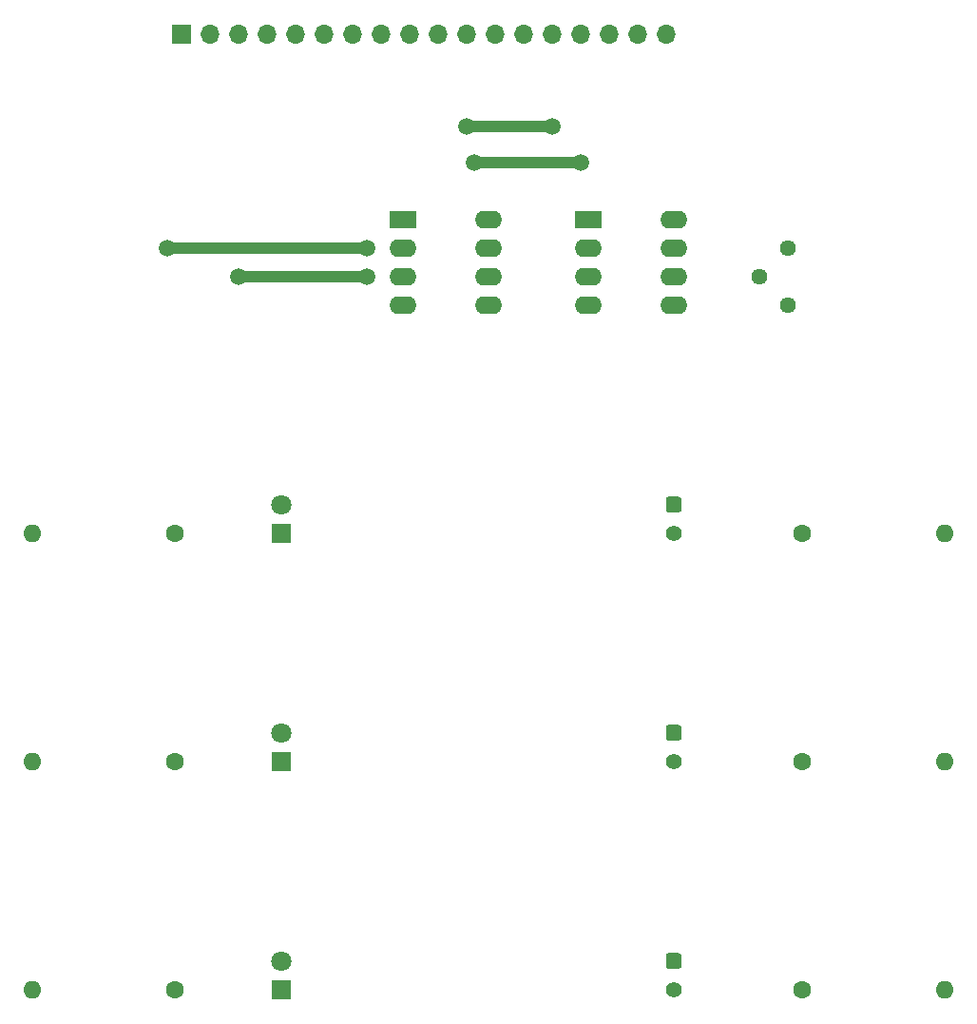
<source format=gbr>
%TF.GenerationSoftware,KiCad,Pcbnew,(5.1.6)-1*%
%TF.CreationDate,2021-03-26T11:01:25+01:00*%
%TF.ProjectId,carte_PhotodectionSimple,63617274-655f-4506-986f-746f64656374,rev?*%
%TF.SameCoordinates,Original*%
%TF.FileFunction,Copper,L1,Top*%
%TF.FilePolarity,Positive*%
%FSLAX46Y46*%
G04 Gerber Fmt 4.6, Leading zero omitted, Abs format (unit mm)*
G04 Created by KiCad (PCBNEW (5.1.6)-1) date 2021-03-26 11:01:25*
%MOMM*%
%LPD*%
G01*
G04 APERTURE LIST*
%TA.AperFunction,ComponentPad*%
%ADD10R,1.700000X1.700000*%
%TD*%
%TA.AperFunction,ComponentPad*%
%ADD11O,1.700000X1.700000*%
%TD*%
%TA.AperFunction,ComponentPad*%
%ADD12R,1.800000X1.800000*%
%TD*%
%TA.AperFunction,ComponentPad*%
%ADD13C,1.800000*%
%TD*%
%TA.AperFunction,ComponentPad*%
%ADD14C,1.400000*%
%TD*%
%TA.AperFunction,ComponentPad*%
%ADD15O,1.600000X1.600000*%
%TD*%
%TA.AperFunction,ComponentPad*%
%ADD16C,1.600000*%
%TD*%
%TA.AperFunction,ComponentPad*%
%ADD17C,1.440000*%
%TD*%
%TA.AperFunction,ComponentPad*%
%ADD18O,2.400000X1.600000*%
%TD*%
%TA.AperFunction,ComponentPad*%
%ADD19R,2.400000X1.600000*%
%TD*%
%TA.AperFunction,ViaPad*%
%ADD20C,1.500000*%
%TD*%
%TA.AperFunction,Conductor*%
%ADD21C,1.000000*%
%TD*%
G04 APERTURE END LIST*
D10*
%TO.P,J1,1*%
%TO.N,Net-(J1-Pad1)*%
X184150000Y-46355000D03*
D11*
%TO.P,J1,2*%
%TO.N,Net-(J1-Pad2)*%
X186690000Y-46355000D03*
%TO.P,J1,3*%
%TO.N,Net-(J1-Pad3)*%
X189230000Y-46355000D03*
%TO.P,J1,4*%
%TO.N,GND*%
X191770000Y-46355000D03*
%TO.P,J1,5*%
%TO.N,IN1*%
X194310000Y-46355000D03*
%TO.P,J1,6*%
%TO.N,IN2*%
X196850000Y-46355000D03*
%TO.P,J1,7*%
%TO.N,GND*%
X199390000Y-46355000D03*
%TO.P,J1,8*%
%TO.N,OUT1*%
X201930000Y-46355000D03*
%TO.P,J1,9*%
%TO.N,OUT2*%
X204470000Y-46355000D03*
%TO.P,J1,10*%
%TO.N,OUT3*%
X207010000Y-46355000D03*
%TO.P,J1,11*%
%TO.N,OUT4*%
X209550000Y-46355000D03*
%TO.P,J1,12*%
%TO.N,GND*%
X212090000Y-46355000D03*
%TO.P,J1,13*%
%TO.N,-15V*%
X214630000Y-46355000D03*
%TO.P,J1,14*%
%TO.N,GND*%
X217170000Y-46355000D03*
%TO.P,J1,15*%
%TO.N,+15V*%
X219710000Y-46355000D03*
%TO.P,J1,16*%
%TO.N,GND*%
X222250000Y-46355000D03*
%TO.P,J1,17*%
%TO.N,5V*%
X224790000Y-46355000D03*
%TO.P,J1,18*%
%TO.N,3.3V*%
X227330000Y-46355000D03*
%TD*%
D12*
%TO.P,D1,1*%
%TO.N,Net-(D1-Pad1)*%
X193040000Y-90805000D03*
D13*
%TO.P,D1,2*%
%TO.N,LED_IN*%
X193040000Y-88265000D03*
%TD*%
%TO.P,D2,2*%
%TO.N,LED_IN*%
X193040000Y-108585000D03*
D12*
%TO.P,D2,1*%
%TO.N,Net-(D2-Pad1)*%
X193040000Y-111125000D03*
%TD*%
%TO.P,D3,1*%
%TO.N,Net-(D3-Pad1)*%
X193040000Y-131445000D03*
D13*
%TO.P,D3,2*%
%TO.N,LED_IN*%
X193040000Y-128905000D03*
%TD*%
D14*
%TO.P,D4,2*%
%TO.N,OUT3*%
X227965000Y-90825000D03*
%TO.P,D4,1*%
%TO.N,OUT4*%
%TA.AperFunction,ComponentPad*%
G36*
G01*
X227514200Y-87565000D02*
X228415800Y-87565000D01*
G75*
G02*
X228665000Y-87814200I0J-249200D01*
G01*
X228665000Y-88715800D01*
G75*
G02*
X228415800Y-88965000I-249200J0D01*
G01*
X227514200Y-88965000D01*
G75*
G02*
X227265000Y-88715800I0J249200D01*
G01*
X227265000Y-87814200D01*
G75*
G02*
X227514200Y-87565000I249200J0D01*
G01*
G37*
%TD.AperFunction*%
%TD*%
%TO.P,D5,1*%
%TO.N,OUT4*%
%TA.AperFunction,ComponentPad*%
G36*
G01*
X227514200Y-107885000D02*
X228415800Y-107885000D01*
G75*
G02*
X228665000Y-108134200I0J-249200D01*
G01*
X228665000Y-109035800D01*
G75*
G02*
X228415800Y-109285000I-249200J0D01*
G01*
X227514200Y-109285000D01*
G75*
G02*
X227265000Y-109035800I0J249200D01*
G01*
X227265000Y-108134200D01*
G75*
G02*
X227514200Y-107885000I249200J0D01*
G01*
G37*
%TD.AperFunction*%
%TO.P,D5,2*%
%TO.N,OUT2*%
X227965000Y-111145000D03*
%TD*%
%TO.P,D6,2*%
%TO.N,OUT1*%
X227965000Y-131465000D03*
%TO.P,D6,1*%
%TO.N,OUT4*%
%TA.AperFunction,ComponentPad*%
G36*
G01*
X227514200Y-128205000D02*
X228415800Y-128205000D01*
G75*
G02*
X228665000Y-128454200I0J-249200D01*
G01*
X228665000Y-129355800D01*
G75*
G02*
X228415800Y-129605000I-249200J0D01*
G01*
X227514200Y-129605000D01*
G75*
G02*
X227265000Y-129355800I0J249200D01*
G01*
X227265000Y-128454200D01*
G75*
G02*
X227514200Y-128205000I249200J0D01*
G01*
G37*
%TD.AperFunction*%
%TD*%
D15*
%TO.P,R1,2*%
%TO.N,GND*%
X170815000Y-90805000D03*
D16*
%TO.P,R1,1*%
%TO.N,Net-(D1-Pad1)*%
X183515000Y-90805000D03*
%TD*%
D15*
%TO.P,R2,2*%
%TO.N,GND*%
X170815000Y-111125000D03*
D16*
%TO.P,R2,1*%
%TO.N,Net-(D2-Pad1)*%
X183515000Y-111125000D03*
%TD*%
D15*
%TO.P,R3,2*%
%TO.N,GND*%
X170815000Y-131445000D03*
D16*
%TO.P,R3,1*%
%TO.N,Net-(D3-Pad1)*%
X183515000Y-131445000D03*
%TD*%
%TO.P,R4,1*%
%TO.N,OUT3*%
X239395000Y-90805000D03*
D15*
%TO.P,R4,2*%
%TO.N,GND*%
X252095000Y-90805000D03*
%TD*%
D16*
%TO.P,R5,1*%
%TO.N,OUT2*%
X239395000Y-111125000D03*
D15*
%TO.P,R5,2*%
%TO.N,GND*%
X252095000Y-111125000D03*
%TD*%
D16*
%TO.P,R6,1*%
%TO.N,OUT1*%
X239395000Y-131445000D03*
D15*
%TO.P,R6,2*%
%TO.N,GND*%
X252095000Y-131445000D03*
%TD*%
D17*
%TO.P,RV1,3*%
%TO.N,GND*%
X238125000Y-70485000D03*
%TO.P,RV1,2*%
%TO.N,Net-(RV1-Pad2)*%
X235585000Y-67945000D03*
%TO.P,RV1,1*%
%TO.N,+15V*%
X238125000Y-65405000D03*
%TD*%
D18*
%TO.P,U1,8*%
%TO.N,Net-(U1-Pad8)*%
X227965000Y-62865000D03*
%TO.P,U1,4*%
%TO.N,-15V*%
X220345000Y-70485000D03*
%TO.P,U1,7*%
%TO.N,+15V*%
X227965000Y-65405000D03*
%TO.P,U1,3*%
%TO.N,Net-(RV1-Pad2)*%
X220345000Y-67945000D03*
%TO.P,U1,6*%
%TO.N,OUT4*%
X227965000Y-67945000D03*
%TO.P,U1,2*%
X220345000Y-65405000D03*
%TO.P,U1,5*%
%TO.N,Net-(U1-Pad5)*%
X227965000Y-70485000D03*
D19*
%TO.P,U1,1*%
%TO.N,Net-(U1-Pad1)*%
X220345000Y-62865000D03*
%TD*%
%TO.P,U2,1*%
%TO.N,Net-(U2-Pad1)*%
X203835000Y-62865000D03*
D18*
%TO.P,U2,5*%
%TO.N,Net-(U2-Pad5)*%
X211455000Y-70485000D03*
%TO.P,U2,2*%
%TO.N,LED_IN*%
X203835000Y-65405000D03*
%TO.P,U2,6*%
X211455000Y-67945000D03*
%TO.P,U2,3*%
%TO.N,IN1*%
X203835000Y-67945000D03*
%TO.P,U2,7*%
%TO.N,+15V*%
X211455000Y-65405000D03*
%TO.P,U2,4*%
%TO.N,-15V*%
X203835000Y-70485000D03*
%TO.P,U2,8*%
%TO.N,Net-(U2-Pad8)*%
X211455000Y-62865000D03*
%TD*%
D20*
%TO.N,LED_IN*%
X200660000Y-65405000D03*
X182880000Y-65405000D03*
%TO.N,OUT4*%
X209550000Y-54610000D03*
X217170000Y-54610000D03*
%TO.N,IN1*%
X189230000Y-67945000D03*
X200660000Y-67945000D03*
%TO.N,+15V*%
X210185000Y-57785000D03*
X210185000Y-57785000D03*
X219710000Y-57785000D03*
%TD*%
D21*
%TO.N,LED_IN*%
X200660000Y-65405000D02*
X182880000Y-65405000D01*
%TO.N,OUT4*%
X209550000Y-54610000D02*
X217170000Y-54610000D01*
%TO.N,IN1*%
X189230000Y-67945000D02*
X200660000Y-67945000D01*
%TO.N,+15V*%
X210185000Y-57785000D02*
X219710000Y-57785000D01*
%TD*%
M02*

</source>
